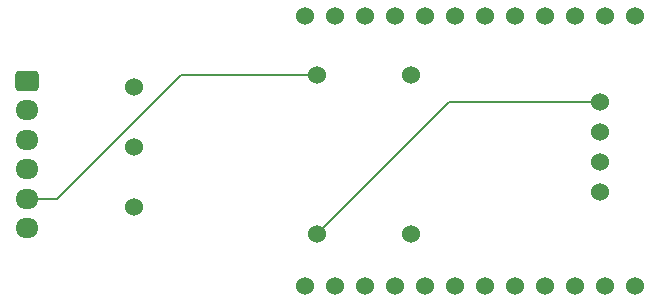
<source format=gbl>
%TF.GenerationSoftware,KiCad,Pcbnew,9.0.0-9.0.0-2~ubuntu24.04.1*%
%TF.CreationDate,2025-03-28T20:06:40+01:00*%
%TF.ProjectId,MarstekMonitor,4d617273-7465-46b4-9d6f-6e69746f722e,rev?*%
%TF.SameCoordinates,Original*%
%TF.FileFunction,Copper,L2,Bot*%
%TF.FilePolarity,Positive*%
%FSLAX46Y46*%
G04 Gerber Fmt 4.6, Leading zero omitted, Abs format (unit mm)*
G04 Created by KiCad (PCBNEW 9.0.0-9.0.0-2~ubuntu24.04.1) date 2025-03-28 20:06:40*
%MOMM*%
%LPD*%
G01*
G04 APERTURE LIST*
G04 Aperture macros list*
%AMRoundRect*
0 Rectangle with rounded corners*
0 $1 Rounding radius*
0 $2 $3 $4 $5 $6 $7 $8 $9 X,Y pos of 4 corners*
0 Add a 4 corners polygon primitive as box body*
4,1,4,$2,$3,$4,$5,$6,$7,$8,$9,$2,$3,0*
0 Add four circle primitives for the rounded corners*
1,1,$1+$1,$2,$3*
1,1,$1+$1,$4,$5*
1,1,$1+$1,$6,$7*
1,1,$1+$1,$8,$9*
0 Add four rect primitives between the rounded corners*
20,1,$1+$1,$2,$3,$4,$5,0*
20,1,$1+$1,$4,$5,$6,$7,0*
20,1,$1+$1,$6,$7,$8,$9,0*
20,1,$1+$1,$8,$9,$2,$3,0*%
G04 Aperture macros list end*
%TA.AperFunction,ComponentPad*%
%ADD10C,1.524000*%
%TD*%
%TA.AperFunction,ComponentPad*%
%ADD11RoundRect,0.250000X-0.725000X0.600000X-0.725000X-0.600000X0.725000X-0.600000X0.725000X0.600000X0*%
%TD*%
%TA.AperFunction,ComponentPad*%
%ADD12O,1.950000X1.700000*%
%TD*%
%TA.AperFunction,Conductor*%
%ADD13C,0.200000*%
%TD*%
G04 APERTURE END LIST*
D10*
%TO.P,RS485_TTL_Board1,1,VCC*%
%TO.N,+5V*%
X141500000Y-74765000D03*
%TO.P,RS485_TTL_Board1,2,TXD*%
%TO.N,/TXD*%
X141500000Y-77305000D03*
%TO.P,RS485_TTL_Board1,3,RXD*%
%TO.N,/RXD*%
X141500000Y-79845000D03*
%TO.P,RS485_TTL_Board1,4,GND*%
%TO.N,GND*%
X141500000Y-82385000D03*
%TO.P,RS485_TTL_Board1,5,A+*%
%TO.N,/RS485_A*%
X102000000Y-73500000D03*
%TO.P,RS485_TTL_Board1,6,B-*%
%TO.N,/RS485_B*%
X102000000Y-78580000D03*
%TO.P,RS485_TTL_Board1,7,Data_GND*%
%TO.N,GNDD*%
X102000000Y-83660000D03*
%TD*%
%TO.P,BuckBoostModuleFixed5V1,1,Vi-*%
%TO.N,GND*%
X125500000Y-72500000D03*
%TO.P,BuckBoostModuleFixed5V1,2,Vi+*%
%TO.N,VCC*%
X117500000Y-72500000D03*
%TO.P,BuckBoostModuleFixed5V1,3,Vo-*%
%TO.N,GND*%
X125500000Y-86000000D03*
%TO.P,BuckBoostModuleFixed5V1,4,Vo+*%
%TO.N,+5V*%
X117500000Y-86000000D03*
%TD*%
D11*
%TO.P,J1,1,Pin_1*%
%TO.N,/RS485_A*%
X93000000Y-73000000D03*
D12*
%TO.P,J1,2,Pin_2*%
%TO.N,/RS485_B*%
X93000000Y-75500000D03*
%TO.P,J1,3,Pin_3*%
%TO.N,GNDD*%
X93000000Y-78000000D03*
%TO.P,J1,4,Pin_4*%
%TO.N,unconnected-(J1-Pin_4-Pad4)*%
X93000000Y-80500000D03*
%TO.P,J1,5,Pin_5*%
%TO.N,VCC*%
X93000000Y-83000000D03*
%TO.P,J1,6,Pin_6*%
%TO.N,GND*%
X93000000Y-85500000D03*
%TD*%
D10*
%TO.P,TTGO1,24,3.3V*%
%TO.N,unconnected-(TTGO1-3.3V-Pad24)*%
X116500000Y-67500000D03*
%TO.P,TTGO1,23,GND*%
%TO.N,GND*%
X119040000Y-67500000D03*
%TO.P,TTGO1,22,GND*%
X121580000Y-67500000D03*
%TO.P,TTGO1,21,GPIO12*%
%TO.N,/RXD*%
X124120000Y-67500000D03*
%TO.P,TTGO1,20,GPIO13*%
%TO.N,/TXD*%
X126660000Y-67500000D03*
%TO.P,TTGO1,19,GPIO15*%
%TO.N,unconnected-(TTGO1-GPIO15-Pad19)*%
X129200000Y-67500000D03*
%TO.P,TTGO1,18,GPIO2*%
%TO.N,unconnected-(TTGO1-GPIO2-Pad18)*%
X131740000Y-67500000D03*
%TO.P,TTGO1,17,GPIO17*%
%TO.N,unconnected-(TTGO1-GPIO17-Pad17)*%
X134280000Y-67500000D03*
%TO.P,TTGO1,16,GPIO22*%
%TO.N,unconnected-(TTGO1-GPIO22-Pad16)*%
X136820000Y-67500000D03*
%TO.P,TTGO1,15,GPIO21*%
%TO.N,unconnected-(TTGO1-GPIO21-Pad15)*%
X139360000Y-67500000D03*
%TO.P,TTGO1,14,GND*%
%TO.N,GND*%
X141900000Y-67500000D03*
%TO.P,TTGO1,13,GND*%
X144440000Y-67500000D03*
%TO.P,TTGO1,12,3.3V*%
%TO.N,unconnected-(TTGO1-3.3V-Pad12)*%
X144440000Y-90360000D03*
%TO.P,TTGO1,11,SVP*%
%TO.N,unconnected-(TTGO1-SVP-Pad11)*%
X141900000Y-90360000D03*
%TO.P,TTGO1,10,GPIO37*%
%TO.N,unconnected-(TTGO1-GPIO37-Pad10)*%
X139360000Y-90360000D03*
%TO.P,TTGO1,9,GPIO38*%
%TO.N,unconnected-(TTGO1-GPIO38-Pad9)*%
X136820000Y-90360000D03*
%TO.P,TTGO1,8,SVN*%
%TO.N,unconnected-(TTGO1-SVN-Pad8)*%
X134280000Y-90360000D03*
%TO.P,TTGO1,7,GPIO32*%
%TO.N,unconnected-(TTGO1-GPIO32-Pad7)*%
X131740000Y-90360000D03*
%TO.P,TTGO1,6,GPIO33*%
%TO.N,unconnected-(TTGO1-GPIO33-Pad6)*%
X129200000Y-90360000D03*
%TO.P,TTGO1,5,GPIO25*%
%TO.N,unconnected-(TTGO1-GPIO25-Pad5)*%
X126660000Y-90360000D03*
%TO.P,TTGO1,4,GPIO26*%
%TO.N,unconnected-(TTGO1-GPIO26-Pad4)*%
X124120000Y-90360000D03*
%TO.P,TTGO1,3,GPIO27*%
%TO.N,unconnected-(TTGO1-GPIO27-Pad3)*%
X121580000Y-90360000D03*
%TO.P,TTGO1,2,GND*%
%TO.N,GND*%
X119040000Y-90360000D03*
%TO.P,TTGO1,1,5V*%
%TO.N,+5V*%
X116500000Y-90360000D03*
%TD*%
D13*
%TO.N,+5V*%
X141500000Y-74765000D02*
X128735000Y-74765000D01*
X128735000Y-74765000D02*
X117500000Y-86000000D01*
%TO.N,VCC*%
X93000000Y-83000000D02*
X95500000Y-83000000D01*
X95500000Y-83000000D02*
X106000000Y-72500000D01*
X106000000Y-72500000D02*
X117500000Y-72500000D01*
%TO.N,+5V*%
X141235000Y-74500000D02*
X141500000Y-74765000D01*
%TD*%
M02*

</source>
